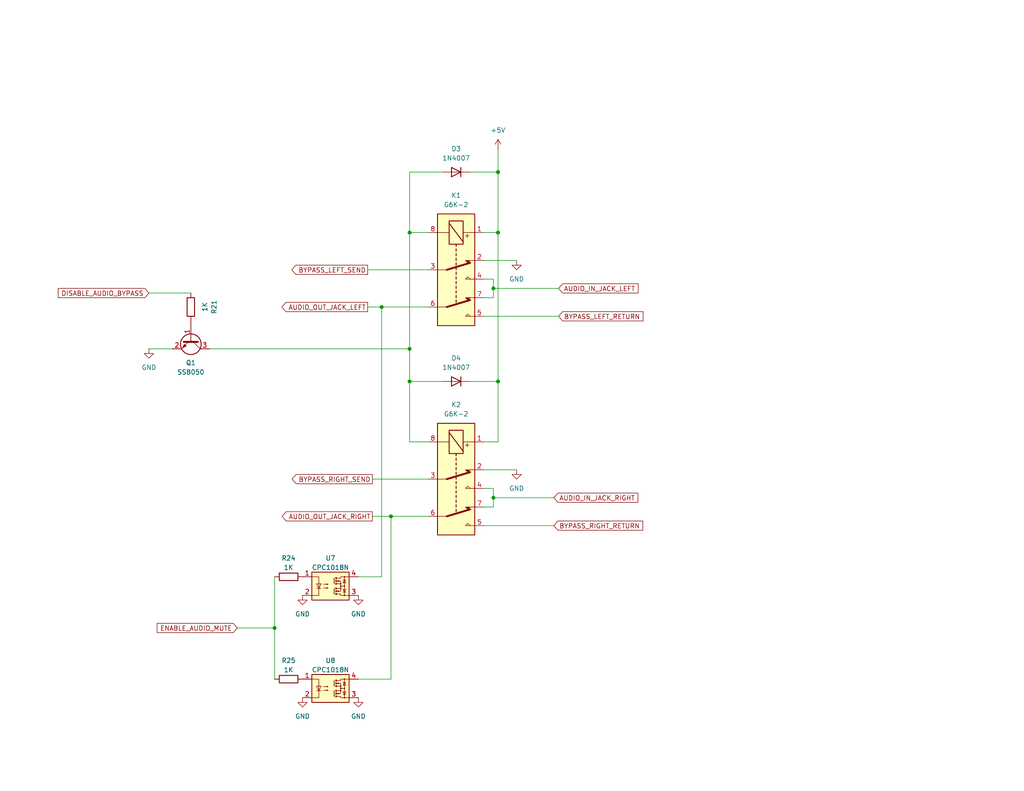
<source format=kicad_sch>
(kicad_sch (version 20230121) (generator eeschema)
  (paper "USLetter")
  (title_block (title "Daisy Seed Guitar Pedal 125B") (date "2023-06-30") (rev "5") (company "Made by Keith Shepherd (kshep@mac.com)"))
  (lib_symbols
    (symbol "Device:Q_NPN_BEC" (pin_names (offset 0) hide)
      (property "Reference" "Q" (at 5.08 1.27 0))
      (property "Value" "Q_NPN_BEC" (at 5.08 -1.27 0))
      (symbol "Q_NPN_BEC_0_1"
        (polyline (pts (xy 0.635 0.635) (xy 2.54 2.54)))
        (polyline (pts (xy 0.635 -0.635) (xy 2.54 -2.54) (xy 2.54 -2.54)))
        (polyline (pts (xy 0.635 1.905) (xy 0.635 -1.905) (xy 0.635 -1.905)) (stroke (width 0.508)))
        (polyline (pts (xy 1.27 -1.778) (xy 1.778 -1.27) (xy 2.286 -2.286) (xy 1.27 -1.778) (xy 1.27 -1.778)) (fill (type outline)))
        (circle (center 1.27 0) (radius 2.8194) (stroke (width 0.254)))
      )
      (symbol "Q_NPN_BEC_1_1"
        (pin input line (at -5.08 0 0) (length 5.715) (name "B") (number "1"))
        (pin passive line (at 2.54 -5.08 90) (length 2.54) (name "E") (number "2"))
        (pin passive line (at 2.54 5.08 270) (length 2.54) (name "C") (number "3"))
      )
    )
    (symbol "Device:R" (pin_numbers hide) (pin_names (offset 0))
      (property "Reference" "R" (at 2.032 0 90))
      (property "Value" "R" (at 0 0 90))
      (symbol "R_0_1"
        (rectangle (start -1.016 -2.54) (end 1.016 2.54) (stroke (width 0.254)))
      )
      (symbol "R_1_1"
        (pin passive line (at 0 3.81 270) (length 1.27) (name "~") (number "1"))
        (pin passive line (at 0 -3.81 90) (length 1.27) (name "~") (number "2"))
      )
    )
    (symbol "Diode:1N4007" (pin_numbers hide) (pin_names hide)
      (property "Reference" "D" (at 0 2.54 0))
      (property "Value" "1N4007" (at 0 -2.54 0))
      (symbol "1N4007_0_1"
        (polyline (pts (xy -1.27 1.27) (xy -1.27 -1.27)) (stroke (width 0.254)))
        (polyline (pts (xy 1.27 0) (xy -1.27 0)))
        (polyline (pts (xy 1.27 1.27) (xy 1.27 -1.27) (xy -1.27 0) (xy 1.27 1.27)) (stroke (width 0.254)))
      )
      (symbol "1N4007_1_1"
        (pin passive line (at -3.81 0 0) (length 2.54) (name "K") (number "1"))
        (pin passive line (at 3.81 0 180) (length 2.54) (name "A") (number "2"))
      )
    )
    (symbol "Relay:G6K-2"
      (property "Reference" "K" (at 16.51 3.81 0))
      (property "Value" "G6K-2" (at 16.51 1.27 0))
      (symbol "G6K-2_0_0"
        (text "+" (at -9.271 2.921 0) (effects (font (size 1.27 1.27))))
      )
      (symbol "G6K-2_0_1"
        (rectangle (start -15.24 5.08) (end 15.24 -5.08) (stroke (width 0.254)) (fill (type background)))
        (rectangle (start -13.335 1.905) (end -6.985 -1.905) (stroke (width 0.254)))
        (polyline (pts (xy -12.7 -1.905) (xy -7.62 1.905)) (stroke (width 0.254)))
        (polyline (pts (xy -10.16 -5.08) (xy -10.16 -1.905)))
        (polyline (pts (xy -10.16 5.08) (xy -10.16 1.905)))
        (polyline (pts (xy -6.985 0) (xy -6.35 0)) (stroke (width 0.254)))
        (polyline (pts (xy -5.715 0) (xy -5.08 0)) (stroke (width 0.254)))
        (polyline (pts (xy -4.445 0) (xy -3.81 0)) (stroke (width 0.254)))
        (polyline (pts (xy -3.175 0) (xy -2.54 0)) (stroke (width 0.254)))
        (polyline (pts (xy -1.905 0) (xy -1.27 0)) (stroke (width 0.254)))
        (polyline (pts (xy -0.635 0) (xy 0 0)) (stroke (width 0.254)))
        (polyline (pts (xy 0 -2.54) (xy -1.905 3.81)) (stroke (width 0.508)))
        (polyline (pts (xy 0 -2.54) (xy 0 -5.08)))
        (polyline (pts (xy 0.635 0) (xy 1.27 0)) (stroke (width 0.254)))
        (polyline (pts (xy 1.905 0) (xy 2.54 0)) (stroke (width 0.254)))
        (polyline (pts (xy 3.175 0) (xy 3.81 0)) (stroke (width 0.254)))
        (polyline (pts (xy 4.445 0) (xy 5.08 0)) (stroke (width 0.254)))
        (polyline (pts (xy 5.715 0) (xy 6.35 0)) (stroke (width 0.254)))
        (polyline (pts (xy 6.985 0) (xy 7.62 0)) (stroke (width 0.254)))
        (polyline (pts (xy 8.255 0) (xy 8.89 0)) (stroke (width 0.254)))
        (polyline (pts (xy 10.16 -2.54) (xy 8.255 3.81)) (stroke (width 0.508)))
        (polyline (pts (xy 10.16 -2.54) (xy 10.16 -5.08)))
        (polyline (pts (xy -2.54 5.08) (xy -2.54 2.54) (xy -1.905 3.175) (xy -2.54 3.81)) (fill (type outline)))
        (polyline (pts (xy 2.54 5.08) (xy 2.54 2.54) (xy 1.905 3.175) (xy 2.54 3.81)))
        (polyline (pts (xy 7.62 5.08) (xy 7.62 2.54) (xy 8.255 3.175) (xy 7.62 3.81)) (fill (type outline)))
        (polyline (pts (xy 12.7 5.08) (xy 12.7 2.54) (xy 12.065 3.175) (xy 12.7 3.81)))
      )
      (symbol "G6K-2_1_1"
        (pin passive line (at -10.16 7.62 270) (length 2.54) (name "~") (number "1"))
        (pin passive line (at -2.54 7.62 270) (length 2.54) (name "~") (number "2"))
        (pin passive line (at 0 -7.62 90) (length 2.54) (name "~") (number "3"))
        (pin passive line (at 2.54 7.62 270) (length 2.54) (name "~") (number "4"))
        (pin passive line (at 12.7 7.62 270) (length 2.54) (name "~") (number "5"))
        (pin passive line (at 10.16 -7.62 90) (length 2.54) (name "~") (number "6"))
        (pin passive line (at 7.62 7.62 270) (length 2.54) (name "~") (number "7"))
        (pin passive line (at -10.16 -7.62 90) (length 2.54) (name "~") (number "8"))
      )
    )
    (symbol "Relay_SolidState:CPC1017N"
      (property "Reference" "U" (at -5.08 5.08 0))
      (property "Value" "CPC1017N" (at 0 5.08 0))
      (symbol "CPC1017N_0_1"
        (rectangle (start -5.08 3.81) (end 5.08 -3.81) (stroke (width 0.254)) (fill (type background)))
        (polyline (pts (xy -3.81 -0.635) (xy -2.54 -0.635)))
        (polyline (pts (xy 1.016 -0.635) (xy 1.016 -2.159)) (stroke (width 0.2032)))
        (polyline (pts (xy 1.016 2.159) (xy 1.016 0.635)) (stroke (width 0.2032)))
        (polyline (pts (xy 1.524 -0.508) (xy 1.524 -0.762)) (stroke (width 0.3556)))
        (polyline (pts (xy 2.794 0) (xy 3.81 0)))
        (polyline (pts (xy 3.429 -1.651) (xy 4.191 -1.651)))
        (polyline (pts (xy 3.429 1.651) (xy 4.191 1.651)))
        (polyline (pts (xy 3.81 -2.54) (xy 3.81 2.54)))
        (polyline (pts (xy 1.524 -2.032) (xy 1.524 -2.286) (xy 1.524 -2.286)) (stroke (width 0.3556)))
        (polyline (pts (xy 1.524 -1.27) (xy 1.524 -1.524) (xy 1.524 -1.524)) (stroke (width 0.3556)))
        (polyline (pts (xy 1.524 0.762) (xy 1.524 0.508) (xy 1.524 0.508)) (stroke (width 0.3556)))
        (polyline (pts (xy 1.524 1.524) (xy 1.524 1.27) (xy 1.524 1.27)) (stroke (width 0.3556)))
        (polyline (pts (xy 1.524 2.286) (xy 1.524 2.032) (xy 1.524 2.032)) (stroke (width 0.3556)))
        (polyline (pts (xy 1.651 -1.397) (xy 2.794 -1.397) (xy 2.794 -0.635)))
        (polyline (pts (xy 1.651 1.397) (xy 2.794 1.397) (xy 2.794 0.635)))
        (polyline (pts (xy -5.08 2.54) (xy -3.175 2.54) (xy -3.175 -2.54) (xy -5.08 -2.54)))
        (polyline (pts (xy -3.175 -0.635) (xy -3.81 0.635) (xy -2.54 0.635) (xy -3.175 -0.635)))
        (polyline (pts (xy 1.651 -2.159) (xy 2.794 -2.159) (xy 2.794 -2.54) (xy 5.08 -2.54)))
        (polyline (pts (xy 1.651 -0.635) (xy 2.794 -0.635) (xy 2.794 0.635) (xy 1.651 0.635)))
        (polyline (pts (xy 1.651 2.159) (xy 2.794 2.159) (xy 2.794 2.54) (xy 5.08 2.54)))
        (polyline (pts (xy 1.778 -1.397) (xy 2.286 -1.27) (xy 2.286 -1.524) (xy 1.778 -1.397)))
        (polyline (pts (xy 1.778 1.397) (xy 2.286 1.524) (xy 2.286 1.27) (xy 1.778 1.397)))
        (polyline (pts (xy 3.81 -1.651) (xy 3.429 -0.889) (xy 4.191 -0.889) (xy 3.81 -1.651)))
        (polyline (pts (xy 3.81 1.651) (xy 3.429 0.889) (xy 4.191 0.889) (xy 3.81 1.651)))
        (polyline (pts (xy -1.905 -0.508) (xy -0.635 -0.508) (xy -1.016 -0.635) (xy -1.016 -0.381) (xy -0.635 -0.508)))
        (polyline (pts (xy -1.905 0.508) (xy -0.635 0.508) (xy -1.016 0.381) (xy -1.016 0.635) (xy -0.635 0.508)))
        (circle (center 2.794 -0.635) (radius 0.127))
        (circle (center 2.794 0) (radius 0.127))
        (circle (center 2.794 0.635) (radius 0.127))
        (circle (center 3.81 -2.54) (radius 0.127))
        (circle (center 3.81 0) (radius 0.127))
        (circle (center 3.81 2.54) (radius 0.127))
      )
      (symbol "CPC1017N_1_1"
        (pin passive line (at -7.62 2.54 0) (length 2.54) (name "~") (number "1"))
        (pin passive line (at -7.62 -2.54 0) (length 2.54) (name "~") (number "2"))
        (pin passive line (at 7.62 -2.54 180) (length 2.54) (name "~") (number "3"))
        (pin passive line (at 7.62 2.54 180) (length 2.54) (name "~") (number "4"))
      )
    )
    (symbol "power:+5V" (power) (pin_names (offset 0))
      (property "Value" "+5V" (at 0 3.556 0))
      (symbol "+5V_0_1"
        (polyline (pts (xy -0.762 1.27) (xy 0 2.54)))
        (polyline (pts (xy 0 0) (xy 0 2.54)))
        (polyline (pts (xy 0 2.54) (xy 0.762 1.27)))
      )
      (symbol "+5V_1_1"
        (pin power_in line (at 0 0 90) (length 0) hide (name "+5V") (number "1"))
      )
    )
    (symbol "power:GND" (power) (pin_names (offset 0))
      (property "Value" "GND" (at 0 -3.81 0))
      (symbol "GND_0_1"
        (polyline (pts (xy 0 0) (xy 0 -1.27) (xy 1.27 -1.27) (xy 0 -2.54) (xy -1.27 -1.27) (xy 0 -1.27)))
      )
      (symbol "GND_1_1"
        (pin power_in line (at 0 0 270) (length 0) hide (name "GND") (number "1"))
      )
    )
  )
  (junction (at 135.89 63.5))
  (junction (at 106.68 140.97))
  (junction (at 134.62 78.74))
  (junction (at 111.76 95.25))
  (junction (at 135.89 104.14))
  (junction (at 111.76 63.5))
  (junction (at 135.89 46.99))
  (junction (at 134.62 135.89))
  (junction (at 111.76 104.14))
  (junction (at 104.14 83.82))
  (junction (at 74.93 171.45))
  (wire (pts (xy 64.77 171.45) (xy 74.93 171.45)))
  (wire (pts (xy 101.6 130.81) (xy 116.84 130.81)))
  (wire (pts (xy 128.27 46.99) (xy 135.89 46.99)))
  (wire (pts (xy 101.6 140.97) (xy 106.68 140.97)))
  (wire (pts (xy 135.89 40.64) (xy 135.89 46.99)))
  (wire (pts (xy 40.64 95.25) (xy 46.99 95.25)))
  (wire (pts (xy 106.68 185.42) (xy 106.68 140.97)))
  (wire (pts (xy 111.76 104.14) (xy 111.76 120.65)))
  (wire (pts (xy 104.14 83.82) (xy 116.84 83.82)))
  (wire (pts (xy 116.84 63.5) (xy 111.76 63.5)))
  (wire (pts (xy 132.08 86.36) (xy 152.4 86.36)))
  (wire (pts (xy 132.08 71.12) (xy 140.97 71.12)))
  (wire (pts (xy 132.08 133.35) (xy 134.62 133.35)))
  (wire (pts (xy 120.65 46.99) (xy 111.76 46.99)))
  (wire (pts (xy 132.08 120.65) (xy 135.89 120.65)))
  (wire (pts (xy 134.62 135.89) (xy 151.13 135.89)))
  (wire (pts (xy 134.62 81.28) (xy 134.62 78.74)))
  (wire (pts (xy 100.33 83.82) (xy 104.14 83.82)))
  (wire (pts (xy 135.89 104.14) (xy 135.89 120.65)))
  (wire (pts (xy 132.08 128.27) (xy 140.97 128.27)))
  (wire (pts (xy 104.14 83.82) (xy 104.14 157.48)))
  (wire (pts (xy 111.76 63.5) (xy 111.76 95.25)))
  (wire (pts (xy 128.27 104.14) (xy 135.89 104.14)))
  (wire (pts (xy 111.76 46.99) (xy 111.76 63.5)))
  (wire (pts (xy 57.15 95.25) (xy 111.76 95.25)))
  (wire (pts (xy 134.62 138.43) (xy 134.62 135.89)))
  (wire (pts (xy 97.79 157.48) (xy 104.14 157.48)))
  (wire (pts (xy 134.62 133.35) (xy 134.62 135.89)))
  (wire (pts (xy 134.62 78.74) (xy 152.4 78.74)))
  (wire (pts (xy 132.08 76.2) (xy 134.62 76.2)))
  (wire (pts (xy 132.08 143.51) (xy 151.13 143.51)))
  (wire (pts (xy 132.08 138.43) (xy 134.62 138.43)))
  (wire (pts (xy 111.76 95.25) (xy 111.76 104.14)))
  (wire (pts (xy 111.76 104.14) (xy 120.65 104.14)))
  (wire (pts (xy 74.93 171.45) (xy 74.93 185.42)))
  (wire (pts (xy 97.79 185.42) (xy 106.68 185.42)))
  (wire (pts (xy 111.76 120.65) (xy 116.84 120.65)))
  (wire (pts (xy 74.93 171.45) (xy 74.93 157.48)))
  (wire (pts (xy 135.89 63.5) (xy 135.89 104.14)))
  (wire (pts (xy 134.62 76.2) (xy 134.62 78.74)))
  (wire (pts (xy 132.08 63.5) (xy 135.89 63.5)))
  (wire (pts (xy 100.33 73.66) (xy 116.84 73.66)))
  (wire (pts (xy 40.64 80.01) (xy 52.07 80.01)))
  (wire (pts (xy 135.89 46.99) (xy 135.89 63.5)))
  (wire (pts (xy 132.08 81.28) (xy 134.62 81.28)))
  (wire (pts (xy 106.68 140.97) (xy 116.84 140.97)))
  (global_label "AUDIO_OUT_JACK_LEFT" (shape output) (at 100.33 83.82 180) (property "Intersheetrefs" "${INTERSHEET_REFS}" (effects hide)))
  (global_label "AUDIO_IN_JACK_RIGHT" (shape input) (at 151.13 135.89 0) (property "Intersheetrefs" "${INTERSHEET_REFS}" (effects hide)))
  (global_label "DISABLE_AUDIO_BYPASS" (shape input) (at 40.64 80.01 180) (property "Intersheetrefs" "${INTERSHEET_REFS}" (effects hide)))
  (global_label "AUDIO_IN_JACK_LEFT" (shape input) (at 152.4 78.74 0) (property "Intersheetrefs" "${INTERSHEET_REFS}" (effects hide)))
  (global_label "BYPASS_RIGHT_RETURN" (shape input) (at 151.13 143.51 0) (property "Intersheetrefs" "${INTERSHEET_REFS}" (effects hide)))
  (global_label "BYPASS_LEFT_RETURN" (shape input) (at 152.4 86.36 0) (property "Intersheetrefs" "${INTERSHEET_REFS}" (effects hide)))
  (global_label "BYPASS_LEFT_SEND" (shape output) (at 100.33 73.66 180) (property "Intersheetrefs" "${INTERSHEET_REFS}" (effects hide)))
  (global_label "ENABLE_AUDIO_MUTE" (shape input) (at 64.77 171.45 180) (property "Intersheetrefs" "${INTERSHEET_REFS}" (effects hide)))
  (global_label "AUDIO_OUT_JACK_RIGHT" (shape output) (at 101.6 140.97 180) (property "Intersheetrefs" "${INTERSHEET_REFS}" (effects hide)))
  (global_label "BYPASS_RIGHT_SEND" (shape output) (at 101.6 130.81 180) (property "Intersheetrefs" "${INTERSHEET_REFS}" (effects hide)))
  (symbol (lib_id "Device:R") (at 52.07 83.82 0) (unit 1)
    (property "Reference" "R21" (at 58.42 83.82 90))
    (property "Value" "1K" (at 55.88 83.82 90))
    (property "Footprint" "Resistor_SMD:R_0805_2012Metric" (effects hide))
  )
  (symbol (lib_id "Device:Q_NPN_BEC") (at 52.07 92.71 270) (unit 1)
    (property "Reference" "Q1" (at 52.07 99.06 90))
    (property "Value" "SS8050" (at 52.07 101.6 90))
    (property "Footprint" "Package_TO_SOT_SMD:SOT-23-3" (effects hide))
  )
  (symbol (lib_id "Relay:G6K-2") (at 124.46 73.66 270) (unit 1)
    (property "Reference" "K1" (at 124.46 53.34 90))
    (property "Value" "G6K-2" (at 124.46 55.88 90))
    (property "Footprint" "Relay_SMD:Relay_DPDT_Omron_G6K-2G-Y" (effects hide))
    (property "Datasheet" "http://omronfs.omron.com/en_US/ecb/products/pdf/en-g6k.pdf" (effects hide))
  )
  (symbol (lib_id "power:GND") (at 140.97 128.27 0) (unit 1)
    (property "Reference" "#PWR029" (effects hide))
    (property "Value" "GND" (at 140.97 133.35 0))
  )
  (symbol (lib_id "Relay_SolidState:CPC1017N") (at 90.17 160.02 0) (unit 1)
    (property "Reference" "U7" (at 90.17 152.4 0))
    (property "Value" "CPC1018N" (at 90.17 154.94 0))
    (property "Footprint" "Package_SO:SOP-4_3.8x4.1mm_P2.54mm" (effects hide))
    (property "Datasheet" "http://www.ixysic.com/home/pdfs.nsf/www/CPC1017N.pdf/$file/CPC1018N.pdf" (effects hide))
  )
  (symbol (lib_id "Diode:1N4007") (at 124.46 46.99 180) (unit 1)
    (property "Reference" "D3" (at 124.46 40.64 0))
    (property "Value" "1N4007" (at 124.46 43.18 0))
    (property "Footprint" "Diode_SMD:D_SOD-123F" (effects hide))
    (property "Datasheet" "http://www.vishay.com/docs/88503/1n4001.pdf" (effects hide))
  )
  (symbol (lib_id "power:+5V") (at 135.89 40.64 0) (unit 1)
    (property "Reference" "#PWR059" (effects hide))
    (property "Value" "+5V" (at 135.89 35.56 0))
  )
  (symbol (lib_id "power:GND") (at 97.79 162.56 0) (unit 1)
    (property "Reference" "#PWR043" (effects hide))
    (property "Value" "GND" (at 97.79 167.64 0))
  )
  (symbol (lib_id "Device:R") (at 78.74 157.48 90) (unit 1)
    (property "Reference" "R24" (at 78.74 152.4 90))
    (property "Value" "1K" (at 78.74 154.94 90))
    (property "Footprint" "Resistor_SMD:R_0805_2012Metric" (effects hide))
  )
  (symbol (lib_id "power:GND") (at 40.64 95.25 0) (unit 1)
    (property "Reference" "#PWR018" (effects hide))
    (property "Value" "GND" (at 40.64 100.33 0))
  )
  (symbol (lib_id "Relay:G6K-2") (at 124.46 130.81 270) (unit 1)
    (property "Reference" "K2" (at 124.46 110.49 90))
    (property "Value" "G6K-2" (at 124.46 113.03 90))
    (property "Footprint" "Relay_SMD:Relay_DPDT_Omron_G6K-2G-Y" (effects hide))
    (property "Datasheet" "http://omronfs.omron.com/en_US/ecb/products/pdf/en-g6k.pdf" (effects hide))
  )
  (symbol (lib_id "power:GND") (at 82.55 162.56 0) (unit 1)
    (property "Reference" "#PWR041" (effects hide))
    (property "Value" "GND" (at 82.55 167.64 0))
  )
  (symbol (lib_id "Relay_SolidState:CPC1017N") (at 90.17 187.96 0) (unit 1)
    (property "Reference" "U8" (at 90.17 180.34 0))
    (property "Value" "CPC1018N" (at 90.17 182.88 0))
    (property "Footprint" "Package_SO:SOP-4_3.8x4.1mm_P2.54mm" (effects hide))
    (property "Datasheet" "http://www.ixysic.com/home/pdfs.nsf/www/CPC1017N.pdf/$file/CPC1018N.pdf" (effects hide))
  )
  (symbol (lib_id "power:GND") (at 140.97 71.12 0) (unit 1)
    (property "Reference" "#PWR020" (effects hide))
    (property "Value" "GND" (at 140.97 76.2 0))
  )
  (symbol (lib_id "power:GND") (at 97.79 190.5 0) (unit 1)
    (property "Reference" "#PWR044" (effects hide))
    (property "Value" "GND" (at 97.79 195.58 0))
  )
  (symbol (lib_id "power:GND") (at 82.55 190.5 0) (unit 1)
    (property "Reference" "#PWR042" (effects hide))
    (property "Value" "GND" (at 82.55 195.58 0))
  )
  (symbol (lib_id "Device:R") (at 78.74 185.42 90) (unit 1)
    (property "Reference" "R25" (at 78.74 180.34 90))
    (property "Value" "1K" (at 78.74 182.88 90))
    (property "Footprint" "Resistor_SMD:R_0805_2012Metric" (effects hide))
  )
  (symbol (lib_id "Diode:1N4007") (at 124.46 104.14 180) (unit 1)
    (property "Reference" "D4" (at 124.46 97.79 0))
    (property "Value" "1N4007" (at 124.46 100.33 0))
    (property "Footprint" "Diode_SMD:D_SOD-123F" (effects hide))
    (property "Datasheet" "http://www.vishay.com/docs/88503/1n4001.pdf" (effects hide))
  )
)
</source>
